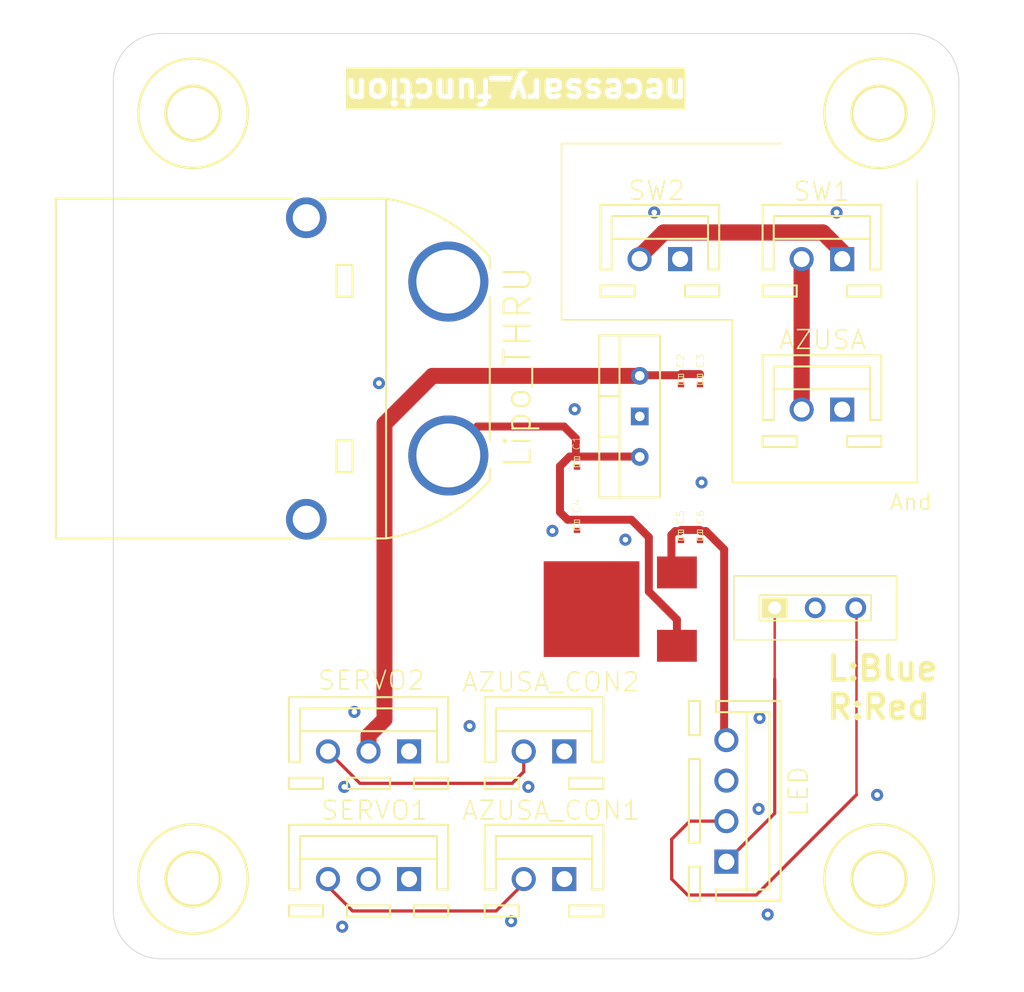
<source format=kicad_pcb>
(kicad_pcb (version 20221018) (generator pcbnew)
  (layers (0 "F.Cu" signal) (31 "B.Cu" signal) (34 "B.Paste" user) (35 "F.Paste" user) (36 "B.SilkS" user "B.Silkscreen") (37 "F.SilkS" user "F.Silkscreen") (38 "B.Mask" user) (39 "F.Mask" user) (44 "Edge.Cuts" user))
  (net 0 "")
  (net 1 "+12V")
  (net 2 "GND")
  (net 3 "VCC")
  (net 4 "EM")
  (net 5 "PVCC")
  (net 6 "+6V")
  (net 7 "RED")
  (net 8 "BLUE")
  (net 9 "PWM2_SERVO")
  (net 10 "PWM1_SERVO")
  (net 11 "N$1")
  (net 12 "N$3")
  (net 13 "N$4")
  (net 14 "N$5")
  (net 15 "N$6")
  (net 16 "N$7")
  (net 17 "N$8")
  (net 18 "N$9")
  (net 19 "N$10")
  (net 20 "N$11")
  (net 21 "N$12")
  (net 22 "N$13")
  (net 23 "N$14")
  (net 24 "N$15")
  (net 25 "N$16")
  (net 26 "N$17")
  (net 27 "N$18")
  (footprint "Mix necessary function:ＮＪＭ７８０６ＦＡ-6V" (layer "F.Cu") (at 155.0011 100.0036 90)
    (fp_text reference "U$1" hide)
    (fp_text value "ＮＪＭ７８０６ＦＡ-6V" hide)
    (fp_line (start -5.08 -2.54) (end -1.27 -2.54) (stroke (width 0.127)) (layer "F.SilkS"))
    (fp_line (start -5.08 -1.27) (end -5.08 -2.54) (stroke (width 0.127)) (layer "F.SilkS"))
    (fp_line (start -5.08 -1.27) (end -5.08 1.27) (stroke (width 0.127)) (layer "F.SilkS"))
    (fp_line (start -5.08 1.27) (end 5.08 1.27) (stroke (width 0.127)) (layer "F.SilkS"))
    (fp_line (start -1.27 -2.54) (end -1.27 -1.27) (stroke (width 0.127)) (layer "F.SilkS"))
    (fp_line (start -1.27 -1.27) (end -5.08 -1.27) (stroke (width 0.127)) (layer "F.SilkS"))
    (fp_line (start 1.27 -2.54) (end -1.27 -2.54) (stroke (width 0.127)) (layer "F.SilkS"))
    (fp_line (start 1.27 -2.54) (end 5.08 -2.54) (stroke (width 0.127)) (layer "F.SilkS"))
    (fp_line (start 1.27 -1.27) (end -1.27 -1.27) (stroke (width 0.127)) (layer "F.SilkS"))
    (fp_line (start 1.27 -1.27) (end 1.27 -2.54) (stroke (width 0.127)) (layer "F.SilkS"))
    (fp_line (start 5.08 -2.54) (end 5.08 -1.27) (stroke (width 0.127)) (layer "F.SilkS"))
    (fp_line (start 5.08 -1.27) (end 1.27 -1.27) (stroke (width 0.127)) (layer "F.SilkS"))
    (fp_line (start 5.08 1.27) (end 5.08 -1.27) (stroke (width 0.127)) (layer "F.SilkS"))
    (pad "GND" thru_hole rect (at 0 0 90) (size 1.108 1.108) (drill 0.6) (layers "*.Cu" "*.Mask") (net 2 "GND"))
    (pad "INPUT" thru_hole circle (at -2.54 0 90) (size 1.108 1.108) (drill 0.6) (layers "*.Cu" "*.Mask") (net 5 "PVCC"))
    (pad "OUTPUT" thru_hole circle (at 2.54 0 90) (size 1.108 1.108) (drill 0.6) (layers "*.Cu" "*.Mask") (net 6 "+6V"))
  )
  (footprint "Mix necessary function:3,2" (layer "F.Cu") (at 127.0011 129.0036)
    (fp_text reference "H3" hide)
    (fp_text value "MOUNT-HOLE3.2" hide)
    (fp_circle (center 0 0) (end 1.7 0) (stroke (width 0.2032)) (fill none) (layer "F.SilkS"))
    (fp_circle (center 0 0) (end 3.429 0) (stroke (width 0.1524)) (fill none) (layer "F.SilkS"))
    (pad "" np_thru_hole circle (at 0 0) (size 3.2 3.2) (drill 3.2) (layers "*.Cu" "*.Mask"))
  )
  (footprint "Mix necessary function:B4B-XH" (layer "F.Cu") (at 160.4311 124.1036 -90)
    (fp_text reference "LED" (at -2.2536 -4.5189 90) (layer "F.SilkS") (effects (font (size 1.176528 1.176528) (thickness 0.093472)) (justify right)))
    (fp_text value "")
    (fp_line (start -6.26 -3.4) (end 6.26 -3.4) (stroke (width 0.127)) (layer "F.SilkS"))
    (fp_line (start -6.26 0.65) (end -6.26 -3.4) (stroke (width 0.127)) (layer "F.SilkS"))
    (fp_line (start -6.26 0.65) (end -5.56 0.65) (stroke (width 0.127)) (layer "F.SilkS"))
    (fp_line (start -6.26 2.35) (end -6.26 1.65) (stroke (width 0.127)) (layer "F.SilkS"))
    (fp_line (start -5.56 -2.7) (end 5.56 -2.7) (stroke (width 0.127)) (layer "F.SilkS"))
    (fp_line (start -5.56 -1.27) (end -5.56 -2.7) (stroke (width 0.127)) (layer "F.SilkS"))
    (fp_line (start -5.56 -1.27) (end 5.56 -1.27) (stroke (width 0.127)) (layer "F.SilkS"))
    (fp_line (start -5.56 0.65) (end -5.56 -1.27) (stroke (width 0.127)) (layer "F.SilkS"))
    (fp_line (start -4.12 1.65) (end -6.26 1.65) (stroke (width 0.127)) (layer "F.SilkS"))
    (fp_line (start -4.12 1.65) (end -4.12 2.35) (stroke (width 0.127)) (layer "F.SilkS"))
    (fp_line (start -4.12 2.35) (end -6.26 2.35) (stroke (width 0.127)) (layer "F.SilkS"))
    (fp_line (start -2.62 1.65) (end -2.62 2.35) (stroke (width 0.127)) (layer "F.SilkS"))
    (fp_line (start 2.62 1.65) (end -2.62 1.65) (stroke (width 0.127)) (layer "F.SilkS"))
    (fp_line (start 2.62 1.65) (end 2.62 2.35) (stroke (width 0.127)) (layer "F.SilkS"))
    (fp_line (start 2.62 2.35) (end -2.62 2.35) (stroke (width 0.127)) (layer "F.SilkS"))
    (fp_line (start 4.12 1.65) (end 4.12 2.35) (stroke (width 0.127)) (layer "F.SilkS"))
    (fp_line (start 4.12 1.65) (end 6.26 1.65) (stroke (width 0.127)) (layer "F.SilkS"))
    (fp_line (start 4.12 2.35) (end 6.26 2.35) (stroke (width 0.127)) (layer "F.SilkS"))
    (fp_line (start 5.56 -2.7) (end 5.56 -1.27) (stroke (width 0.127)) (layer "F.SilkS"))
    (fp_line (start 5.56 -1.27) (end 5.56 0.65) (stroke (width 0.127)) (layer "F.SilkS"))
    (fp_line (start 5.56 0.65) (end 6.26 0.65) (stroke (width 0.127)) (layer "F.SilkS"))
    (fp_line (start 6.26 -3.4) (end 6.26 0.65) (stroke (width 0.127)) (layer "F.SilkS"))
    (fp_line (start 6.26 2.35) (end 6.26 1.65) (stroke (width 0.127)) (layer "F.SilkS"))
    (pad "1" thru_hole rect (at 3.81 0 270) (size 1.508 1.508) (drill 1) (layers "*.Cu" "*.Mask") (net 8 "BLUE"))
    (pad "2" thru_hole circle (at 1.27 0 270) (size 1.508 1.508) (drill 1) (layers "*.Cu" "*.Mask") (net 7 "RED"))
    (pad "3" thru_hole circle (at -1.27 0 270) (size 1.508 1.508) (drill 1) (layers "*.Cu" "*.Mask"))
    (pad "4" thru_hole circle (at -3.81 0 270) (size 1.508 1.508) (drill 1) (layers "*.Cu" "*.Mask") (net 1 "+12V"))
  )
  (footprint "Mix necessary function:3,2" (layer "F.Cu") (at 127.0011 81.0036)
    (fp_text reference "H1" hide)
    (fp_text value "MOUNT-HOLE3.2" hide)
    (fp_circle (center 0 0) (end 1.7 0) (stroke (width 0.2032)) (fill none) (layer "F.SilkS"))
    (fp_circle (center 0 0) (end 3.429 0) (stroke (width 0.1524)) (fill none) (layer "F.SilkS"))
    (pad "" np_thru_hole circle (at 0 0) (size 3.2 3.2) (drill 3.2) (layers "*.Cu" "*.Mask"))
  )
  (footprint "Mix necessary function:NJM7800SDL1-12V" (layer "F.Cu") (at 154.9811 112.0846 90)
    (fp_text reference "U$17" hide)
    (fp_text value "NJM7800SDL1-12V" hide)
    (pad "GND" smd rect (at 0 -3 90) (size 6 6) (layers "F.Cu" "F.Paste" "F.Mask") (net 2 "GND"))
    (pad "VIN" smd rect (at -2.3 2.35 90) (size 2 2.5) (layers "F.Cu" "F.Paste" "F.Mask") (net 5 "PVCC"))
    (pad "VOUT" smd rect (at 2.3 2.35 90) (size 2 2.5) (layers "F.Cu" "F.Paste" "F.Mask") (net 1 "+12V"))
  )
  (footprint "Mix necessary function:B2B-XH" (layer "F.Cu") (at 156.2611 90.1436)
    (fp_text reference "SW2" (at -2.0611 -4.2936) (layer "F.SilkS") (effects (font (size 1.176528 1.176528) (thickness 0.093472)) (justify left)))
    (fp_text value "02-JST")
    (fp_line (start -3.72 -3.4) (end 3.72 -3.4) (stroke (width 0.127)) (layer "F.SilkS"))
    (fp_line (start -3.72 0.65) (end -3.72 -3.4) (stroke (width 0.127)) (layer "F.SilkS"))
    (fp_line (start -3.72 0.65) (end -3.02 0.65) (stroke (width 0.127)) (layer "F.SilkS"))
    (fp_line (start -3.72 2.35) (end -3.72 1.65) (stroke (width 0.127)) (layer "F.SilkS"))
    (fp_line (start -3.02 -2.7) (end 3.02 -2.7) (stroke (width 0.127)) (layer "F.SilkS"))
    (fp_line (start -3.02 -1.27) (end -3.02 -2.7) (stroke (width 0.127)) (layer "F.SilkS"))
    (fp_line (start -3.02 -1.27) (end 3.02 -1.27) (stroke (width 0.127)) (layer "F.SilkS"))
    (fp_line (start -3.02 0.65) (end -3.02 -1.27) (stroke (width 0.127)) (layer "F.SilkS"))
    (fp_line (start -1.58 1.65) (end -3.72 1.65) (stroke (width 0.127)) (layer "F.SilkS"))
    (fp_line (start -1.58 1.65) (end -1.58 2.35) (stroke (width 0.127)) (layer "F.SilkS"))
    (fp_line (start -1.58 2.35) (end -3.72 2.35) (stroke (width 0.127)) (layer "F.SilkS"))
    (fp_line (start 1.58 1.65) (end 1.58 2.35) (stroke (width 0.127)) (layer "F.SilkS"))
    (fp_line (start 1.58 1.65) (end 3.72 1.65) (stroke (width 0.127)) (layer "F.SilkS"))
    (fp_line (start 1.58 2.35) (end 3.72 2.35) (stroke (width 0.127)) (layer "F.SilkS"))
    (fp_line (start 3.02 -2.7) (end 3.02 -1.27) (stroke (width 0.127)) (layer "F.SilkS"))
    (fp_line (start 3.02 -1.27) (end 3.02 0.65) (stroke (width 0.127)) (layer "F.SilkS"))
    (fp_line (start 3.02 0.65) (end 3.72 0.65) (stroke (width 0.127)) (layer "F.SilkS"))
    (fp_line (start 3.72 -3.4) (end 3.72 0.65) (stroke (width 0.127)) (layer "F.SilkS"))
    (fp_line (start 3.72 2.35) (end 3.72 1.65) (stroke (width 0.127)) (layer "F.SilkS"))
    (pad "1" thru_hole rect (at 1.27 0) (size 1.508 1.508) (drill 1) (layers "*.Cu" "*.Mask") (net 2 "GND"))
    (pad "2" thru_hole circle (at -1.27 0) (size 1.508 1.508) (drill 1) (layers "*.Cu" "*.Mask") (net 4 "EM"))
  )
  (footprint "Mix necessary function:3,2" (layer "F.Cu") (at 170.0011 129.0036)
    (fp_text reference "H4" hide)
    (fp_text value "MOUNT-HOLE3.2" hide)
    (fp_circle (center 0 0) (end 1.7 0) (stroke (width 0.2032)) (fill none) (layer "F.SilkS"))
    (fp_circle (center 0 0) (end 3.429 0) (stroke (width 0.1524)) (fill none) (layer "F.SilkS"))
    (pad "" np_thru_hole circle (at 0 0) (size 3.2 3.2) (drill 3.2) (layers "*.Cu" "*.Mask"))
  )
  (footprint "Mix necessary function:GRM0335C1E240GA01D" (layer "F.Cu") (at 157.5881 107.4456 -90)
    (fp_text reference "C5" (at -1.5956 0.0381 90) (layer "F.SilkS") (effects (font (size 0.4632 0.4632) (thickness 0.0368)) (justify right)))
    (fp_text value "0.1μF")
    (fp_line (start -0.315 -0.165) (end -0.315 0.165) (stroke (width 0.05)) (layer "F.SilkS"))
    (fp_line (start -0.315 0.165) (end -0.165 0.165) (stroke (width 0.05)) (layer "F.SilkS"))
    (fp_line (start -0.165 -0.165) (end -0.315 -0.165) (stroke (width 0.05)) (layer "F.SilkS"))
    (fp_line (start -0.165 -0.165) (end -0.165 0.165) (stroke (width 0.05)) (layer "F.SilkS"))
    (fp_line (start -0.165 0.165) (end 0.165 0.165) (stroke (width 0.05)) (layer "F.SilkS"))
    (fp_line (start 0.165 -0.165) (end -0.165 -0.165) (stroke (width 0.05)) (layer "F.SilkS"))
    (fp_line (start 0.165 0.165) (end 0.165 -0.165) (stroke (width 0.05)) (layer "F.SilkS"))
    (fp_line (start 0.165 0.165) (end 0.315 0.165) (stroke (width 0.05)) (layer "F.SilkS"))
    (fp_line (start 0.315 -0.165) (end 0.165 -0.165) (stroke (width 0.05)) (layer "F.SilkS"))
    (fp_line (start 0.315 0.165) (end 0.315 -0.165) (stroke (width 0.05)) (layer "F.SilkS"))
    (pad "1" smd rect (at -0.325 0 270) (size 0.35 0.4) (layers "F.Cu" "F.Paste" "F.Mask") (net 1 "+12V"))
    (pad "2" smd rect (at 0.325 0 270) (size 0.35 0.4) (layers "F.Cu" "F.Paste" "F.Mask") (net 2 "GND"))
  )
  (footprint "Mix necessary function:XT90PW-M" (layer "F.Cu") (at 143.0011 97.0036 90)
    (fp_text reference "Lipo_THRU" (at -6.3464 4.3489 90) (layer "F.SilkS") (effects (font (size 1.647139 1.647139) (thickness 0.130861)) (justify left)))
    (fp_text value "XT90PW-M")
    (fp_line (start -10.65 -24.6) (end -10.65 -9.75) (stroke (width 0.127)) (layer "F.SilkS"))
    (fp_line (start -10.65 -24.6) (end 10.65 -24.6) (stroke (width 0.127)) (layer "F.SilkS"))
    (fp_line (start -10.65 -8) (end -10.65 -3.9) (stroke (width 0.127)) (layer "F.SilkS"))
    (fp_line (start -10.65 -3.9) (end 10.65 -3.9) (stroke (width 0.127)) (layer "F.SilkS"))
    (fp_line (start -7 2.6) (end -6.25 2.6) (stroke (width 0.127)) (layer "F.SilkS"))
    (fp_line (start -6.5 -7) (end -4.5 -7) (stroke (width 0.127)) (layer "F.SilkS"))
    (fp_line (start -6.5 -6) (end -6.5 -7) (stroke (width 0.127)) (layer "F.SilkS"))
    (fp_line (start -4.5 -7) (end -4.5 -6) (stroke (width 0.127)) (layer "F.SilkS"))
    (fp_line (start -4.5 -6) (end -6.5 -6) (stroke (width 0.127)) (layer "F.SilkS"))
    (fp_line (start -4.5 2.6) (end 4.5 2.6) (stroke (width 0.127)) (layer "F.SilkS"))
    (fp_line (start 4.5 -7) (end 6.5 -7) (stroke (width 0.127)) (layer "F.SilkS"))
    (fp_line (start 4.5 -6) (end 4.5 -7) (stroke (width 0.127)) (layer "F.SilkS"))
    (fp_line (start 6.25 2.6) (end 7 2.6) (stroke (width 0.127)) (layer "F.SilkS"))
    (fp_line (start 6.5 -7) (end 6.5 -6) (stroke (width 0.127)) (layer "F.SilkS"))
    (fp_line (start 6.5 -6) (end 4.5 -6) (stroke (width 0.127)) (layer "F.SilkS"))
    (fp_line (start 10.65 -24.6) (end 10.65 -9.75) (stroke (width 0.127)) (layer "F.SilkS"))
    (fp_line (start 10.65 -8) (end 10.65 -3.9) (stroke (width 0.127)) (layer "F.SilkS"))
    (fp_arc (start -7 2.6) (mid -9.398063 -0.328203) (end -10.65 -3.9) (stroke (width 0.127)) (layer "F.SilkS"))
    (fp_arc (start 10.65 -3.9) (mid 9.398063 -0.328203) (end 7 2.6) (stroke (width 0.127)) (layer "F.SilkS"))
    (pad "+" thru_hole circle (at -5.45 0 90) (size 5.016 5.016) (drill 4) (layers "*.Cu" "*.Mask") (net 5 "PVCC"))
    (pad "-" thru_hole circle (at 5.45 0 90) (size 5.016 5.016) (drill 4) (layers "*.Cu" "*.Mask") (net 2 "GND"))
    (pad "P$3" thru_hole circle (at -9.45 -8.9 90) (size 2.55 2.55) (drill 1.7) (layers "*.Cu" "*.Mask"))
    (pad "P$4" thru_hole circle (at 9.45 -8.9 90) (size 2.55 2.55) (drill 1.7) (layers "*.Cu" "*.Mask"))
  )
  (footprint "Mix necessary function:GRM0335C1E240GA01D" (layer "F.Cu") (at 151.0691 106.8076 -90)
    (fp_text reference "C4" (at -1.6576 0.0191 90) (layer "F.SilkS") (effects (font (size 0.4632 0.4632) (thickness 0.0368)) (justify right)))
    (fp_text value "0.33μF")
    (fp_line (start -0.315 -0.165) (end -0.315 0.165) (stroke (width 0.05)) (layer "F.SilkS"))
    (fp_line (start -0.315 0.165) (end -0.165 0.165) (stroke (width 0.05)) (layer "F.SilkS"))
    (fp_line (start -0.165 -0.165) (end -0.315 -0.165) (stroke (width 0.05)) (layer "F.SilkS"))
    (fp_line (start -0.165 -0.165) (end -0.165 0.165) (stroke (width 0.05)) (layer "F.SilkS"))
    (fp_line (start -0.165 0.165) (end 0.165 0.165) (stroke (width 0.05)) (layer "F.SilkS"))
    (fp_line (start 0.165 -0.165) (end -0.165 -0.165) (stroke (width 0.05)) (layer "F.SilkS"))
    (fp_line (start 0.165 0.165) (end 0.165 -0.165) (stroke (width 0.05)) (layer "F.SilkS"))
    (fp_line (start 0.165 0.165) (end 0.315 0.165) (stroke (width 0.05)) (layer "F.SilkS"))
    (fp_line (start 0.315 -0.165) (end 0.165 -0.165) (stroke (width 0.05)) (layer "F.SilkS"))
    (fp_line (start 0.315 0.165) (end 0.315 -0.165) (stroke (width 0.05)) (layer "F.SilkS"))
    (pad "1" smd rect (at -0.325 0 270) (size 0.35 0.4) (layers "F.Cu" "F.Paste" "F.Mask") (net 5 "PVCC"))
    (pad "2" smd rect (at 0.325 0 270) (size 0.35 0.4) (layers "F.Cu" "F.Paste" "F.Mask") (net 2 "GND"))
  )
  (footprint "Mix necessary function:GRM0335C1E240GA01D" (layer "F.Cu") (at 158.7791 107.4456 -90)
    (fp_text reference "C6" (at -1.5956 -0.0209 90) (layer "F.SilkS") (effects (font (size 0.4632 0.4632) (thickness 0.0368)) (justify right)))
    (fp_text value "0.1μF")
    (fp_line (start -0.315 -0.165) (end -0.315 0.165) (stroke (width 0.05)) (layer "F.SilkS"))
    (fp_line (start -0.315 0.165) (end -0.165 0.165) (stroke (width 0.05)) (layer "F.SilkS"))
    (fp_line (start -0.165 -0.165) (end -0.315 -0.165) (stroke (width 0.05)) (layer "F.SilkS"))
    (fp_line (start -0.165 -0.165) (end -0.165 0.165) (stroke (width 0.05)) (layer "F.SilkS"))
    (fp_line (start -0.165 0.165) (end 0.165 0.165) (stroke (width 0.05)) (layer "F.SilkS"))
    (fp_line (start 0.165 -0.165) (end -0.165 -0.165) (stroke (width 0.05)) (layer "F.SilkS"))
    (fp_line (start 0.165 0.165) (end 0.165 -0.165) (stroke (width 0.05)) (layer "F.SilkS"))
    (fp_line (start 0.165 0.165) (end 0.315 0.165) (stroke (width 0.05)) (layer "F.SilkS"))
    (fp_line (start 0.315 -0.165) (end 0.165 -0.165) (stroke (width 0.05)) (layer "F.SilkS"))
    (fp_line (start 0.315 0.165) (end 0.315 -0.165) (stroke (width 0.05)) (layer "F.SilkS"))
    (pad "1" smd rect (at -0.325 0 270) (size 0.35 0.4) (layers "F.Cu" "F.Paste" "F.Mask") (net 1 "+12V"))
    (pad "2" smd rect (at 0.325 0 270) (size 0.35 0.4) (layers "F.Cu" "F.Paste" "F.Mask") (net 2 "GND"))
  )
  (footprint "Mix necessary function:B3B-XH" (layer "F.Cu") (at 138.0011 121.0036)
    (fp_text reference "SERVO2" (at -3.2511 -4.4536) (layer "F.SilkS") (effects (font (size 1.176528 1.176528) (thickness 0.093472)) (justify left)))
    (fp_text value "")
    (fp_line (start -4.99 -3.4) (end 4.99 -3.4) (stroke (width 0.127)) (layer "F.SilkS"))
    (fp_line (start -4.99 0.65) (end -4.99 -3.4) (stroke (width 0.127)) (layer "F.SilkS"))
    (fp_line (start -4.99 0.65) (end -4.29 0.65) (stroke (width 0.127)) (layer "F.SilkS"))
    (fp_line (start -4.99 2.35) (end -4.99 1.65) (stroke (width 0.127)) (layer "F.SilkS"))
    (fp_line (start -4.29 -2.7) (end 4.29 -2.7) (stroke (width 0.127)) (layer "F.SilkS"))
    (fp_line (start -4.29 -1.27) (end -4.29 -2.7) (stroke (width 0.127)) (layer "F.SilkS"))
    (fp_line (start -4.29 -1.27) (end 4.29 -1.27) (stroke (width 0.127)) (layer "F.SilkS"))
    (fp_line (start -4.29 0.65) (end -4.29 -1.27) (stroke (width 0.127)) (layer "F.SilkS"))
    (fp_line (start -2.85 1.65) (end -4.99 1.65) (stroke (width 0.127)) (layer "F.SilkS"))
    (fp_line (start -2.85 1.65) (end -2.85 2.35) (stroke (width 0.127)) (layer "F.SilkS"))
    (fp_line (start -2.85 2.35) (end -4.99 2.35) (stroke (width 0.127)) (layer "F.SilkS"))
    (fp_line (start -1.35 1.65) (end -1.35 2.35) (stroke (width 0.127)) (layer "F.SilkS"))
    (fp_line (start 1.35 1.65) (end -1.35 1.65) (stroke (width 0.127)) (layer "F.SilkS"))
    (fp_line (start 1.35 1.65) (end 1.35 2.35) (stroke (width 0.127)) (layer "F.SilkS"))
    (fp_line (start 1.35 2.35) (end -1.35 2.35) (stroke (width 0.127)) (layer "F.SilkS"))
    (fp_line (start 2.85 1.65) (end 2.85 2.35) (stroke (width 0.127)) (layer "F.SilkS"))
    (fp_line (start 2.85 1.65) (end 4.99 1.65) (stroke (width 0.127)) (layer "F.SilkS"))
    (fp_line (start 2.85 2.35) (end 4.99 2.35) (stroke (width 0.127)) (layer "F.SilkS"))
    (fp_line (start 4.29 -2.7) (end 4.29 -1.27) (stroke (width 0.127)) (layer "F.SilkS"))
    (fp_line (start 4.29 -1.27) (end 4.29 0.65) (stroke (width 0.127)) (layer "F.SilkS"))
    (fp_line (start 4.29 0.65) (end 4.99 0.65) (stroke (width 0.127)) (layer "F.SilkS"))
    (fp_line (start 4.99 -3.4) (end 4.99 0.65) (stroke (width 0.127)) (layer "F.SilkS"))
    (fp_line (start 4.99 2.35) (end 4.99 1.65) (stroke (width 0.127)) (layer "F.SilkS"))
    (pad "1" thru_hole rect (at 2.54 0) (size 1.508 1.508) (drill 1) (layers "*.Cu" "*.Mask") (net 2 "GND"))
    (pad "2" thru_hole circle (at 0 0) (size 1.508 1.508) (drill 1) (layers "*.Cu" "*.Mask") (net 6 "+6V"))
    (pad "3" thru_hole circle (at -2.54 0) (size 1.508 1.508) (drill 1) (layers "*.Cu" "*.Mask") (net 9 "PWM2_SERVO"))
  )
  (footprint "Mix necessary function:B2B-XH" (layer "F.Cu") (at 149.0011 121.0036)
    (fp_text reference "AZUSA_CON2" (at -5.2011 -4.3536) (layer "F.SilkS") (effects (font (size 1.176528 1.176528) (thickness 0.093472)) (justify left)))
    (fp_text value "02-JST")
    (fp_line (start -3.72 -3.4) (end 3.72 -3.4) (stroke (width 0.127)) (layer "F.SilkS"))
    (fp_line (start -3.72 0.65) (end -3.72 -3.4) (stroke (width 0.127)) (layer "F.SilkS"))
    (fp_line (start -3.72 0.65) (end -3.02 0.65) (stroke (width 0.127)) (layer "F.SilkS"))
    (fp_line (start -3.72 2.35) (end -3.72 1.65) (stroke (width 0.127)) (layer "F.SilkS"))
    (fp_line (start -3.02 -2.7) (end 3.02 -2.7) (stroke (width 0.127)) (layer "F.SilkS"))
    (fp_line (start -3.02 -1.27) (end -3.02 -2.7) (stroke (width 0.127)) (layer "F.SilkS"))
    (fp_line (start -3.02 -1.27) (end 3.02 -1.27) (stroke (width 0.127)) (layer "F.SilkS"))
    (fp_line (start -3.02 0.65) (end -3.02 -1.27) (stroke (width 0.127)) (layer "F.SilkS"))
    (fp_line (start -1.58 1.65) (end -3.72 1.65) (stroke (width 0.127)) (layer "F.SilkS"))
    (fp_line (start -1.58 1.65) (end -1.58 2.35) (stroke (width 0.127)) (layer "F.SilkS"))
    (fp_line (start -1.58 2.35) (end -3.72 2.35) (stroke (width 0.127)) (layer "F.SilkS"))
    (fp_line (start 1.58 1.65) (end 1.58 2.35) (stroke (width 0.127)) (layer "F.SilkS"))
    (fp_line (start 1.58 1.65) (end 3.72 1.65) (stroke (width 0.127)) (layer "F.SilkS"))
    (fp_line (start 1.58 2.35) (end 3.72 2.35) (stroke (width 0.127)) (layer "F.SilkS"))
    (fp_line (start 3.02 -2.7) (end 3.02 -1.27) (stroke (width 0.127)) (layer "F.SilkS"))
    (fp_line (start 3.02 -1.27) (end 3.02 0.65) (stroke (width 0.127)) (layer "F.SilkS"))
    (fp_line (start 3.02 0.65) (end 3.72 0.65) (stroke (width 0.127)) (layer "F.SilkS"))
    (fp_line (start 3.72 -3.4) (end 3.72 0.65) (stroke (width 0.127)) (layer "F.SilkS"))
    (fp_line (start 3.72 2.35) (end 3.72 1.65) (stroke (width 0.127)) (layer "F.SilkS"))
    (pad "1" thru_hole rect (at 1.27 0) (size 1.508 1.508) (drill 1) (layers "*.Cu" "*.Mask") (net 2 "GND"))
    (pad "2" thru_hole circle (at -1.27 0) (size 1.508 1.508) (drill 1) (layers "*.Cu" "*.Mask") (net 9 "PWM2_SERVO"))
  )
  (footprint "Mix necessary function:B2B-XH" (layer "F.Cu") (at 166.4211 99.5736)
    (fp_text reference "AZUSA" (at -2.7711 -4.3736) (layer "F.SilkS") (effects (font (size 1.176528 1.176528) (thickness 0.093472)) (justify left)))
    (fp_text value "02-JST")
    (fp_line (start -3.72 -3.4) (end 3.72 -3.4) (stroke (width 0.127)) (layer "F.SilkS"))
    (fp_line (start -3.72 0.65) (end -3.72 -3.4) (stroke (width 0.127)) (layer "F.SilkS"))
    (fp_line (start -3.72 0.65) (end -3.02 0.65) (stroke (width 0.127)) (layer "F.SilkS"))
    (fp_line (start -3.72 2.35) (end -3.72 1.65) (stroke (width 0.127)) (layer "F.SilkS"))
    (fp_line (start -3.02 -2.7) (end 3.02 -2.7) (stroke (width 0.127)) (layer "F.SilkS"))
    (fp_line (start -3.02 -1.27) (end -3.02 -2.7) (stroke (width 0.127)) (layer "F.SilkS"))
    (fp_line (start -3.02 -1.27) (end 3.02 -1.27) (stroke (width 0.127)) (layer "F.SilkS"))
    (fp_line (start -3.02 0.65) (end -3.02 -1.27) (stroke (width 0.127)) (layer "F.SilkS"))
    (fp_line (start -1.58 1.65) (end -3.72 1.65) (stroke (width 0.127)) (layer "F.SilkS"))
    (fp_line (start -1.58 1.65) (end -1.58 2.35) (stroke (width 0.127)) (layer "F.SilkS"))
    (fp_line (start -1.58 2.35) (end -3.72 2.35) (stroke (width 0.127)) (layer "F.SilkS"))
    (fp_line (start 1.58 1.65) (end 1.58 2.35) (stroke (width 0.127)) (layer "F.SilkS"))
    (fp_line (start 1.58 1.65) (end 3.72 1.65) (stroke (width 0.127)) (layer "F.SilkS"))
    (fp_line (start 1.58 2.35) (end 3.72 2.35) (stroke (width 0.127)) (layer "F.SilkS"))
    (fp_line (start 3.02 -2.7) (end 3.02 -1.27) (stroke (width 0.127)) (layer "F.SilkS"))
    (fp_line (start 3.02 -1.27) (end 3.02 0.65) (stroke (width 0.127)) (layer "F.SilkS"))
    (fp_line (start 3.02 0.65) (end 3.72 0.65) (stroke (width 0.127)) (layer "F.SilkS"))
    (fp_line (start 3.72 -3.4) (end 3.72 0.65) (stroke (width 0.127)) (layer "F.SilkS"))
    (fp_line (start 3.72 2.35) (end 3.72 1.65) (stroke (width 0.127)) (layer "F.SilkS"))
    (pad "1" thru_hole rect (at 1.27 0) (size 1.508 1.508) (drill 1) (layers "*.Cu" "*.Mask") (net 2 "GND"))
    (pad "2" thru_hole circle (at -1.27 0) (size 1.508 1.508) (drill 1) (layers "*.Cu" "*.Mask") (net 3 "VCC"))
  )
  (footprint "Mix necessary function:SS-12SDP2" (layer "F.Cu") (at 166.0011 112.0036)
    (fp_text reference "LED_SW0" hide)
    (fp_text value "SS-12SDP2")
    (fp_line (start -5.1 -2) (end -5.1 2) (stroke (width 0.1)) (layer "F.SilkS"))
    (fp_line (start -5.1 2) (end 5.1 2) (stroke (width 0.1)) (layer "F.SilkS"))
    (fp_line (start -3.5 -0.8) (end -3.5 0.8) (stroke (width 0.1)) (layer "F.SilkS"))
    (fp_line (start -3.5 0.8) (end -1.5 0.8) (stroke (width 0.1)) (layer "F.SilkS"))
    (fp_line (start -1.5 -0.8) (end -3.5 -0.8) (stroke (width 0.1)) (layer "F.SilkS"))
    (fp_line (start -1.5 0.8) (end 3.5 0.8) (stroke (width 0.1)) (layer "F.SilkS"))
    (fp_line (start 3.5 -0.8) (end -1.5 -0.8) (stroke (width 0.1)) (layer "F.SilkS"))
    (fp_line (start 3.5 0.8) (end 3.5 -0.8) (stroke (width 0.1)) (layer "F.SilkS"))
    (fp_line (start 5.1 -2) (end -5.1 -2) (stroke (width 0.1)) (layer "F.SilkS"))
    (fp_line (start 5.1 2) (end 5.1 -2) (stroke (width 0.1)) (layer "F.SilkS"))
    (fp_poly (pts (xy -1.73 0.65) (xy -3.35 0.65) (xy -3.35 -0.65) (xy -1.73 -0.65)) (fill solid) (layer "F.SilkS"))
    (pad "C" thru_hole circle (at 0 0) (size 1.3 1.3) (drill 0.8) (layers "*.Cu" "*.Mask") (net 2 "GND"))
    (pad "L" thru_hole circle (at -2.54 0) (size 1.3 1.3) (drill 0.8) (layers "*.Cu" "*.Mask") (net 8 "BLUE"))
    (pad "R" thru_hole circle (at 2.54 0) (size 1.3 1.3) (drill 0.8) (layers "*.Cu" "*.Mask") (net 7 "RED"))
  )
  (footprint "Mix necessary function:B2B-XH" (layer "F.Cu") (at 149.0011 129.0036)
    (fp_text reference "AZUSA_CON1" (at -5.2011 -4.3036) (layer "F.SilkS") (effects (font (size 1.176528 1.176528) (thickness 0.093472)) (justify left)))
    (fp_text value "02-JST")
    (fp_line (start -3.72 -3.4) (end 3.72 -3.4) (stroke (width 0.127)) (layer "F.SilkS"))
    (fp_line (start -3.72 0.65) (end -3.72 -3.4) (stroke (width 0.127)) (layer "F.SilkS"))
    (fp_line (start -3.72 0.65) (end -3.02 0.65) (stroke (width 0.127)) (layer "F.SilkS"))
    (fp_line (start -3.72 2.35) (end -3.72 1.65) (stroke (width 0.127)) (layer "F.SilkS"))
    (fp_line (start -3.02 -2.7) (end 3.02 -2.7) (stroke (width 0.127)) (layer "F.SilkS"))
    (fp_line (start -3.02 -1.27) (end -3.02 -2.7) (stroke (width 0.127)) (layer "F.SilkS"))
    (fp_line (start -3.02 -1.27) (end 3.02 -1.27) (stroke (width 0.127)) (layer "F.SilkS"))
    (fp_line (start -3.02 0.65) (end -3.02 -1.27) (stroke (width 0.127)) (layer "F.SilkS"))
    (fp_line (start -1.58 1.65) (end -3.72 1.65) (stroke (width 0.127)) (layer "F.SilkS"))
    (fp_line (start -1.58 1.65) (end -1.58 2.35) (stroke (width 0.127)) (layer "F.SilkS"))
    (fp_line (start -1.58 2.35) (end -3.72 2.35) (stroke (width 0.127)) (layer "F.SilkS"))
    (fp_line (start 1.58 1.65) (end 1.58 2.35) (stroke (width 0.127)) (layer "F.SilkS"))
    (fp_line (start 1.58 1.65) (end 3.72 1.65) (stroke (width 0.127)) (layer "F.SilkS"))
    (fp_line (start 1.58 2.35) (end 3.72 2.35) (stroke (width 0.127)) (layer "F.SilkS"))
    (fp_line (start 3.02 -2.7) (end 3.02 -1.27) (stroke (width 0.127)) (layer "F.SilkS"))
    (fp_line (start 3.02 -1.27) (end 3.02 0.65) (stroke (width 0.127)) (layer "F.SilkS"))
    (fp_line (start 3.02 0.65) (end 3.72 0.65) (stroke (width 0.127)) (layer "F.SilkS"))
    (fp_line (start 3.72 -3.4) (end 3.72 0.65) (stroke (width 0.127)) (layer "F.SilkS"))
    (fp_line (start 3.72 2.35) (end 3.72 1.65) (stroke (width 0.127)) (layer "F.SilkS"))
    (pad "1" thru_hole rect (at 1.27 0) (size 1.508 1.508) (drill 1) (layers "*.Cu" "*.Mask") (net 2 "GND"))
    (pad "2" thru_hole circle (at -1.27 0) (size 1.508 1.508) (drill 1) (layers "*.Cu" "*.Mask") (net 10 "PWM1_SERVO"))
  )
  (footprint "Mix necessary function:3,2" (layer "F.Cu") (at 170.0011 81.0036)
    (fp_text reference "H2" hide)
    (fp_text value "MOUNT-HOLE3.2" hide)
    (fp_circle (center 0 0) (end 1.7 0) (stroke (width 0.2032)) (fill none) (layer "F.SilkS"))
    (fp_circle (center 0 0) (end 3.429 0) (stroke (width 0.1524)) (fill none) (layer "F.SilkS"))
    (pad "" np_thru_hole circle (at 0 0) (size 3.2 3.2) (drill 3.2) (layers "*.Cu" "*.Mask"))
  )
  (footprint "Mix necessary function:B3B-XH" (layer "F.Cu") (at 138.0011 129.0036)
    (fp_text reference "SERVO1" (at -3.0511 -4.3036) (layer "F.SilkS") (effects (font (size 1.176528 1.176528) (thickness 0.093472)) (justify left)))
    (fp_text value "")
    (fp_line (start -4.99 -3.4) (end 4.99 -3.4) (stroke (width 0.127)) (layer "F.SilkS"))
    (fp_line (start -4.99 0.65) (end -4.99 -3.4) (stroke (width 0.127)) (layer "F.SilkS"))
    (fp_line (start -4.99 0.65) (end -4.29 0.65) (stroke (width 0.127)) (layer "F.SilkS"))
    (fp_line (start -4.99 2.35) (end -4.99 1.65) (stroke (width 0.127)) (layer "F.SilkS"))
    (fp_line (start -4.29 -2.7) (end 4.29 -2.7) (stroke (width 0.127)) (layer "F.SilkS"))
    (fp_line (start -4.29 -1.27) (end -4.29 -2.7) (stroke (width 0.127)) (layer "F.SilkS"))
    (fp_line (start -4.29 -1.27) (end 4.29 -1.27) (stroke (width 0.127)) (layer "F.SilkS"))
    (fp_line (start -4.29 0.65) (end -4.29 -1.27) (stroke (width 0.127)) (layer "F.SilkS"))
    (fp_line (start -2.85 1.65) (end -4.99 1.65) (stroke (width 0.127)) (layer "F.SilkS"))
    (fp_line (start -2.85 1.65) (end -2.85 2.35) (stroke (width 0.127)) (layer "F.SilkS"))
    (fp_line (start -2.85 2.35) (end -4.99 2.35) (stroke (width 0.127)) (layer "F.SilkS"))
    (fp_line (start -1.35 1.65) (end -1.35 2.35) (stroke (width 0.127)) (layer "F.SilkS"))
    (fp_line (start 1.35 1.65) (end -1.35 1.65) (stroke (width 0.127)) (layer "F.SilkS"))
    (fp_line (start 1.35 1.65) (end 1.35 2.35) (stroke (width 0.127)) (layer "F.SilkS"))
    (fp_line (start 1.35 2.35) (end -1.35 2.35) (stroke (width 0.127)) (layer "F.SilkS"))
    (fp_line (start 2.85 1.65) (end 2.85 2.35) (stroke (width 0.127)) (layer "F.SilkS"))
    (fp_line (start 2.85 1.65) (end 4.99 1.65) (stroke (width 0.127)) (layer "F.SilkS"))
    (fp_line (start 2.85 2.35) (end 4.99 2.35) (stroke (width 0.127)) (layer "F.SilkS"))
    (fp_line (start 4.29 -2.7) (end 4.29 -1.27) (stroke (width 0.127)) (layer "F.SilkS"))
    (fp_line (start 4.29 -1.27) (end 4.29 0.65) (stroke (width 0.127)) (layer "F.SilkS"))
    (fp_line (start 4.29 0.65) (end 4.99 0.65) (stroke (width 0.127)) (layer "F.SilkS"))
    (fp_line (start 4.99 -3.4) (end 4.99 0.65) (stroke (width 0.127)) (layer "F.SilkS"))
    (fp_line (start 4.99 2.35) (end 4.99 1.65) (stroke (width 0.127)) (layer "F.SilkS"))
    (pad "1" thru_hole rect (at 2.54 0) (size 1.508 1.508) (drill 1) (layers "*.Cu" "*.Mask") (net 2 "GND"))
    (pad "2" thru_hole circle (at 0 0) (size 1.508 1.508) (drill 1) (layers "*.Cu" "*.Mask") (net 6 "+6V"))
    (pad "3" thru_hole circle (at -2.54 0) (size 1.508 1.508) (drill 1) (layers "*.Cu" "*.Mask") (net 10 "PWM1_SERVO"))
  )
  (footprint "Mix necessary function:B2B-XH" (layer "F.Cu") (at 166.4211 90.1436)
    (fp_text reference "SW1" (at -1.8711 -4.2436) (layer "F.SilkS") (effects (font (size 1.176528 1.176528) (thickness 0.093472)) (justify left)))
    (fp_text value "02-JST")
    (fp_line (start -3.72 -3.4) (end 3.72 -3.4) (stroke (width 0.127)) (layer "F.SilkS"))
    (fp_line (start -3.72 0.65) (end -3.72 -3.4) (stroke (width 0.127)) (layer "F.SilkS"))
    (fp_line (start -3.72 0.65) (end -3.02 0.65) (stroke (width 0.127)) (layer "F.SilkS"))
    (fp_line (start -3.72 2.35) (end -3.72 1.65) (stroke (width 0.127)) (layer "F.SilkS"))
    (fp_line (start -3.02 -2.7) (end 3.02 -2.7) (stroke (width 0.127)) (layer "F.SilkS"))
    (fp_line (start -3.02 -1.27) (end -3.02 -2.7) (stroke (width 0.127)) (layer "F.SilkS"))
    (fp_line (start -3.02 -1.27) (end 3.02 -1.27) (stroke (width 0.127)) (layer "F.SilkS"))
    (fp_line (start -3.02 0.65) (end -3.02 -1.27) (stroke (width 0.127)) (layer "F.SilkS"))
    (fp_line (start -1.58 1.65) (end -3.72 1.65) (stroke (width 0.127)) (layer "F.SilkS"))
    (fp_line (start -1.58 1.65) (end -1.58 2.35) (stroke (width 0.127)) (layer "F.SilkS"))
    (fp_line (start -1.58 2.35) (end -3.72 2.35) (stroke (width 0.127)) (layer "F.SilkS"))
    (fp_line (start 1.58 1.65) (end 1.58 2.35) (stroke (width 0.127)) (layer "F.SilkS"))
    (fp_line (start 1.58 1.65) (end 3.72 1.65) (stroke (width 0.127)) (layer "F.SilkS"))
    (fp_line (start 1.58 2.35) (end 3.72 2.35) (stroke (width 0.127)) (layer "F.SilkS"))
    (fp_line (start 3.02 -2.7) (end 3.02 -1.27) (stroke (width 0.127)) (layer "F.SilkS"))
    (fp_line (start 3.02 -1.27) (end 3.02 0.65) (stroke (width 0.127)) (layer "F.SilkS"))
    (fp_line (start 3.02 0.65) (end 3.72 0.65) (stroke (width 0.127)) (layer "F.SilkS"))
    (fp_line (start 3.72 -3.4) (end 3.72 0.65) (stroke (width 0.127)) (layer "F.SilkS"))
    (fp_line (start 3.72 2.35) (end 3.72 1.65) (stroke (width 0.127)) (layer "F.SilkS"))
    (pad "1" thru_hole rect (at 1.27 0) (size 1.508 1.508) (drill 1) (layers "*.Cu" "*.Mask") (net 4 "EM"))
    (pad "2" thru_hole circle (at -1.27 0) (size 1.508 1.508) (drill 1) (layers "*.Cu" "*.Mask") (net 3 "VCC"))
  )
  (footprint "Mix necessary function:GRM0335C1E240GA01D" (layer "F.Cu") (at 158.7791 97.6776 -90)
    (fp_text reference "C3" (at -1.6276 -0.0209 90) (layer "F.SilkS") (effects (font (size 0.4632 0.4632) (thickness 0.0368)) (justify right)))
    (fp_text value "0.1μF")
    (fp_line (start -0.315 -0.165) (end -0.315 0.165) (stroke (width 0.05)) (layer "F.SilkS"))
    (fp_line (start -0.315 0.165) (end -0.165 0.165) (stroke (width 0.05)) (layer "F.SilkS"))
    (fp_line (start -0.165 -0.165) (end -0.315 -0.165) (stroke (width 0.05)) (layer "F.SilkS"))
    (fp_line (start -0.165 -0.165) (end -0.165 0.165) (stroke (width 0.05)) (layer "F.SilkS"))
    (fp_line (start -0.165 0.165) (end 0.165 0.165) (stroke (width 0.05)) (layer "F.SilkS"))
    (fp_line (start 0.165 -0.165) (end -0.165 -0.165) (stroke (width 0.05)) (layer "F.SilkS"))
    (fp_line (start 0.165 0.165) (end 0.165 -0.165) (stroke (width 0.05)) (layer "F.SilkS"))
    (fp_line (start 0.165 0.165) (end 0.315 0.165) (stroke (width 0.05)) (layer "F.SilkS"))
    (fp_line (start 0.315 -0.165) (end 0.165 -0.165) (stroke (width 0.05)) (layer "F.SilkS"))
    (fp_line (start 0.315 0.165) (end 0.315 -0.165) (stroke (width 0.05)) (layer "F.SilkS"))
    (pad "1" smd rect (at -0.325 0 270) (size 0.35 0.4) (layers "F.Cu" "F.Paste" "F.Mask") (net 6 "+6V"))
    (pad "2" smd rect (at 0.325 0 270) (size 0.35 0.4) (layers "F.Cu" "F.Paste" "F.Mask") (net 2 "GND"))
  )
  (footprint "Mix necessary function:GRM0335C1E240GA01D" (layer "F.Cu") (at 151.0691 102.8466 -90)
    (fp_text reference "C1" (at -1.6466 0.0191 90) (layer "F.SilkS") (effects (font (size 0.4632 0.4632) (thickness 0.0368)) (justify right)))
    (fp_text value "0.33μF")
    (fp_line (start -0.315 -0.165) (end -0.315 0.165) (stroke (width 0.05)) (layer "F.SilkS"))
    (fp_line (start -0.315 0.165) (end -0.165 0.165) (stroke (width 0.05)) (layer "F.SilkS"))
    (fp_line (start -0.165 -0.165) (end -0.315 -0.165) (stroke (width 0.05)) (layer "F.SilkS"))
    (fp_line (start -0.165 -0.165) (end -0.165 0.165) (stroke (width 0.05)) (layer "F.SilkS"))
    (fp_line (start -0.165 0.165) (end 0.165 0.165) (stroke (width 0.05)) (layer "F.SilkS"))
    (fp_line (start 0.165 -0.165) (end -0.165 -0.165) (stroke (width 0.05)) (layer "F.SilkS"))
    (fp_line (start 0.165 0.165) (end 0.165 -0.165) (stroke (width 0.05)) (layer "F.SilkS"))
    (fp_line (start 0.165 0.165) (end 0.315 0.165) (stroke (width 0.05)) (layer "F.SilkS"))
    (fp_line (start 0.315 -0.165) (end 0.165 -0.165) (stroke (width 0.05)) (layer "F.SilkS"))
    (fp_line (start 0.315 0.165) (end 0.315 -0.165) (stroke (width 0.05)) (layer "F.SilkS"))
    (pad "1" smd rect (at -0.325 0 270) (size 0.35 0.4) (layers "F.Cu" "F.Paste" "F.Mask") (net 5 "PVCC"))
    (pad "2" smd rect (at 0.325 0 270) (size 0.35 0.4) (layers "F.Cu" "F.Paste" "F.Mask") (net 2 "GND"))
  )
  (footprint "Mix necessary function:GRM0335C1E240GA01D" (layer "F.Cu") (at 157.5881 97.6776 -90)
    (fp_text reference "C2" (at -1.6276 0.0381 90) (layer "F.SilkS") (effects (font (size 0.4632 0.4632) (thickness 0.0368)) (justify right)))
    (fp_text value "0.1μF")
    (fp_line (start -0.315 -0.165) (end -0.315 0.165) (stroke (width 0.05)) (layer "F.SilkS"))
    (fp_line (start -0.315 0.165) (end -0.165 0.165) (stroke (width 0.05)) (layer "F.SilkS"))
    (fp_line (start -0.165 -0.165) (end -0.315 -0.165) (stroke (width 0.05)) (layer "F.SilkS"))
    (fp_line (start -0.165 -0.165) (end -0.165 0.165) (stroke (width 0.05)) (layer "F.SilkS"))
    (fp_line (start -0.165 0.165) (end 0.165 0.165) (stroke (width 0.05)) (layer "F.SilkS"))
    (fp_line (start 0.165 -0.165) (end -0.165 -0.165) (stroke (width 0.05)) (layer "F.SilkS"))
    (fp_line (start 0.165 0.165) (end 0.165 -0.165) (stroke (width 0.05)) (layer "F.SilkS"))
    (fp_line (start 0.165 0.165) (end 0.315 0.165) (stroke (width 0.05)) (layer "F.SilkS"))
    (fp_line (start 0.315 -0.165) (end 0.165 -0.165) (stroke (width 0.05)) (layer "F.SilkS"))
    (fp_line (start 0.315 0.165) (end 0.315 -0.165) (stroke (width 0.05)) (layer "F.SilkS"))
    (pad "1" smd rect (at -0.325 0 270) (size 0.35 0.4) (layers "F.Cu" "F.Paste" "F.Mask") (net 6 "+6V"))
    (pad "2" smd rect (at 0.325 0 270) (size 0.35 0.4) (layers "F.Cu" "F.Paste" "F.Mask") (net 2 "GND"))
  )
  (gr_line (start 160.8 104.15) (end 172.4 104.15) (stroke (width 0.1)) (layer "F.SilkS"))
  (gr_line (start 150.1 93.95) (end 160.8 93.95) (stroke (width 0.1)) (layer "F.SilkS"))
  (gr_line (start 150.1 82.9) (end 150.1 93.95) (stroke (width 0.1)) (layer "F.SilkS"))
  (gr_line (start 172.4 104.15) (end 172.4 85.2) (stroke (width 0.1)) (layer "F.SilkS"))
  (gr_line (start 160.8 93.95) (end 160.8 104.15) (stroke (width 0.1)) (layer "F.SilkS"))
  (gr_line (start 150.1 82.9) (end 163.9 82.9) (stroke (width 0.1)) (layer "F.SilkS"))
  (gr_line (start 172.0011 76.0036) (end 125.0011 76.0036) (stroke (width 0.05)) (layer "Edge.Cuts"))
  (gr_line (start 175.0011 131.0036) (end 175.0011 79.0036) (stroke (width 0.05)) (layer "Edge.Cuts"))
  (gr_arc (start 172.0011 76.0036) (mid 174.12242 76.88228) (end 175.0011 79.0036) (stroke (width 0.05)) (layer "Edge.Cuts"))
  (gr_arc (start 175.0011 131.0036) (mid 174.12242 133.12492) (end 172.0011 134.0036) (stroke (width 0.05)) (layer "Edge.Cuts"))
  (gr_arc (start 125.0011 134.0036) (mid 122.87978 133.12492) (end 122.0011 131.0036) (stroke (width 0.05)) (layer "Edge.Cuts"))
  (gr_line (start 122.0011 79.0036) (end 122.0011 131.0036) (stroke (width 0.05)) (layer "Edge.Cuts"))
  (gr_line (start 125.0011 134.0036) (end 172.0011 134.0036) (stroke (width 0.05)) (layer "Edge.Cuts"))
  (gr_arc (start 122.0011 79.0036) (mid 122.87978 76.88228) (end 125.0011 76.0036) (stroke (width 0.05)) (layer "Edge.Cuts"))
  (gr_text "L:Blue\nR:Red" (at 166.6 119.1) (layer "F.SilkS") (effects (font (size 1.5 1.5) (thickness 0.3) bold) (justify left bottom)))
  (gr_text "And" (at 170.6 105.95) (layer "F.SilkS") (effects (font (size 1 1) (thickness 0.1)) (justify left bottom)))
  (gr_text "necessary_function" (at 158.1 78.75 180) (layer "F.SilkS" knockout) (effects (font (size 1.5 1.5) (thickness 0.3) bold) (justify left bottom)))
  (segment (start 157.5881 107.1206) (end 157.5155 107.1932) (width 0.5) (layer "F.Cu") (net 1))
  (segment (start 158.7791 107.1206) (end 158.8517 107.1932) (width 0.5) (layer "F.Cu") (net 1))
  (segment (start 157.5881 107.1206) (end 158.7791 107.1206) (width 0.5) (layer "F.Cu") (net 1))
  (segment (start 157.221418 107.1932) (end 156.9857 107.428919) (width 0.5) (layer "F.Cu") (net 1))
  (segment (start 160.2911 108.338519) (end 160.2911 120.1536) (width 0.5) (layer "F.Cu") (net 1))
  (segment (start 158.8517 107.1932) (end 159.145781 107.1932) (width 0.5) (layer "F.Cu") (net 1))
  (segment (start 157.3311 109.7846) (end 156.9857 109.4392) (width 0.5) (layer "F.Cu") (net 1))
  (segment (start 156.9857 107.428919) (end 156.9857 109.4392) (width 0.5) (layer "F.Cu") (net 1))
  (segment (start 157.5155 107.1932) (end 157.221418 107.1932) (width 0.5) (layer "F.Cu") (net 1))
  (segment (start 159.145781 107.1932) (end 160.2911 108.338519) (width 0.5) (layer "F.Cu") (net 1))
  (segment (start 160.4311 120.2936) (end 160.2911 120.1536) (width 0.5) (layer "F.Cu") (net 1))
  (segment (start 165.1511 99.5736) (end 165.1511 90.1436) (width 1.016) (layer "F.Cu") (net 3))
  (segment (start 156.503556 88.4752) (end 166.482968 88.4752) (width 1.016) (layer "F.Cu") (net 4))
  (segment (start 156.503556 88.4752) (end 154.9911 89.987657) (width 1.016) (layer "F.Cu") (net 4))
  (segment (start 167.6911 90.1436) (end 167.6911 89.683332) (width 1.016) (layer "F.Cu") (net 4))
  (segment (start 167.6911 89.683332) (end 166.482968 88.4752) (width 1.016) (layer "F.Cu") (net 4))
  (segment (start 154.9911 90.1436) (end 154.9911 89.987657) (width 1.016) (layer "F.Cu") (net 4))
  (segment (start 151.0011 102.4536) (end 151.0011 101.3846) (width 0.5) (layer "F.Cu") (net 5))
  (segment (start 150.60615 102.5216) (end 150.0011 103.12665) (width 0.5) (layer "F.Cu") (net 5))
  (segment (start 150.2551 100.6386) (end 144.8161 100.6386) (width 0.5) (layer "F.Cu") (net 5))
  (segment (start 151.0691 102.5216) (end 150.60615 102.5216) (width 0.5) (layer "F.Cu") (net 5))
  (segment (start 154.9791 102.5216) (end 155.0011 102.5436) (width 0.2) (layer "F.Cu") (net 5))
  (segment (start 150.4801 106.4826) (end 151.0691 106.4826) (width 0.5) (layer "F.Cu") (net 5))
  (segment (start 144.8161 100.6386) (end 143.0011 102.4536) (width 0.5) (layer "F.Cu") (net 5))
  (segment (start 151.0691 102.5216) (end 154.9791 102.5216) (width 0.5) (layer "F.Cu") (net 5))
  (segment (start 155.5717 107.5742) (end 155.5717 110.981282) (width 0.5) (layer "F.Cu") (net 5))
  (segment (start 151.0691 102.5216) (end 151.0011 102.4536) (width 0.5) (layer "F.Cu") (net 5))
  (segment (start 157.3311 112.740682) (end 157.3311 114.3846) (width 0.5) (layer "F.Cu") (net 5))
  (segment (start 154.4801 106.4826) (end 155.5717 107.5742) (width 0.5) (layer "F.Cu") (net 5))
  (segment (start 151.0011 101.3846) (end 150.2551 100.6386) (width 0.5) (layer "F.Cu") (net 5))
  (segment (start 150.0011 103.12665) (end 150.0011 106.0036) (width 0.5) (layer "F.Cu") (net 5))
  (segment (start 155.5717 110.981282) (end 157.3311 112.740682) (width 0.5) (layer "F.Cu") (net 5))
  (segment (start 151.0691 106.4826) (end 154.4801 106.4826) (width 0.5) (layer "F.Cu") (net 5))
  (segment (start 150.0011 106.0036) (end 150.4801 106.4826) (width 0.5) (layer "F.Cu") (net 5))
  (segment (start 138.0011 120.0036) (end 139.0011 119.0036) (width 1) (layer "F.Cu") (net 6))
  (segment (start 155.0011 97.4636) (end 155.0001 97.4646) (width 1) (layer "F.Cu") (net 6))
  (segment (start 157.5881 97.3526) (end 158.7791 97.3526) (width 0.5) (layer "F.Cu") (net 6))
  (segment (start 138.0011 121.0036) (end 138.0011 120.0036) (width 1) (layer "F.Cu") (net 6))
  (segment (start 139.0011 119.0036) (end 139.0011 100.4646) (width 1) (layer "F.Cu") (net 6))
  (segment (start 157.5155 97.4252) (end 155.0395 97.4252) (width 0.5) (layer "F.Cu") (net 6))
  (segment (start 157.5155 97.4252) (end 157.5881 97.3526) (width 0.5) (layer "F.Cu") (net 6))
  (segment (start 142.0011 97.4646) (end 155.0001 97.4646) (width 1) (layer "F.Cu") (net 6))
  (segment (start 155.0011 97.4636) (end 155.0395 97.4252) (width 0.5) (layer "F.Cu") (net 6))
  (segment (start 139.0011 100.4646) (end 142.0011 97.4646) (width 1) (layer "F.Cu") (net 6))
  (segment (start 157.0011 126.5116) (end 158.1391 125.3736) (width 0.2) (layer "F.Cu") (net 7))
  (segment (start 162.301737 130.0036) (end 158.0011 130.0036) (width 0.2) (layer "F.Cu") (net 7))
  (segment (start 168.5411 112.0036) (end 168.5881 112.0506) (width 0.1524) (layer "F.Cu") (net 7))
  (segment (start 158.0011 130.0036) (end 157.0011 129.0036) (width 0.2) (layer "F.Cu") (net 7))
  (segment (start 168.5881 123.717238) (end 162.301737 130.0036) (width 0.2) (layer "F.Cu") (net 7))
  (segment (start 157.0011 129.0036) (end 157.0011 126.5116) (width 0.2) (layer "F.Cu") (net 7))
  (segment (start 158.1391 125.3736) (end 160.4311 125.3736) (width 0.2) (layer "F.Cu") (net 7))
  (segment (start 168.5881 112.0506) (end 168.5881 123.717238) (width 0.1524) (layer "F.Cu") (net 7))
  (segment (start 160.4311 127.9136) (end 163.4611 124.8836) (width 0.2) (layer "F.Cu") (net 8))
  (segment (start 163.4611 116.4636) (end 163.4611 112.0036) (width 0.1524) (layer "F.Cu") (net 8))
  (segment (start 163.4611 124.8836) (end 163.4611 116.4636) (width 0.2) (layer "F.Cu") (net 8))
  (segment (start 135.4611 121.0036) (end 137.4611 123.0036) (width 0.2) (layer "F.Cu") (net 9))
  (segment (start 147.0011 123.0036) (end 147.7311 122.2736) (width 0.2) (layer "F.Cu") (net 9))
  (segment (start 147.7311 122.2736) (end 147.7311 121.0036) (width 0.2) (layer "F.Cu") (net 9))
  (segment (start 137.4611 123.0036) (end 147.0011 123.0036) (width 0.2) (layer "F.Cu") (net 9))
  (segment (start 137.0011 131.0036) (end 146.0011 131.0036) (width 0.2) (layer "F.Cu") (net 10))
  (segment (start 135.4611 129.4636) (end 137.0011 131.0036) (width 0.2) (layer "F.Cu") (net 10))
  (segment (start 135.4611 129.0036) (end 135.4611 129.4636) (width 0.2) (layer "F.Cu") (net 10))
  (segment (start 146.0011 131.0036) (end 147.7471 129.2576) (width 0.2) (layer "F.Cu") (net 10))
  (via (at 148.0191 123.2246) (size 0.7564) (drill 0.35) (layers "F.Cu" "B.Cu") (net 11))
  (via (at 146.9401 131.6406) (size 0.7564) (drill 0.35) (layers "F.Cu" "B.Cu") (net 12))
  (via (at 137.1141 118.5266) (size 0.7564) (drill 0.35) (layers "F.Cu" "B.Cu") (net 13))
  (via (at 144.3361 119.4146) (size 0.7564) (drill 0.35) (layers "F.Cu" "B.Cu") (net 14))
  (via (at 136.3521 131.9886) (size 0.7564) (drill 0.35) (layers "F.Cu" "B.Cu") (net 15))
  (via (at 136.4791 123.2256) (size 0.7564) (drill 0.35) (layers "F.Cu" "B.Cu") (net 16))
  (via (at 154.1001 107.7326) (size 0.7564) (drill 0.35) (layers "F.Cu" "B.Cu") (net 17))
  (via (at 149.5281 107.1766) (size 0.7564) (drill 0.35) (layers "F.Cu" "B.Cu") (net 18))
  (via (at 158.8781 104.1446) (size 0.7564) (drill 0.35) (layers "F.Cu" "B.Cu") (net 19))
  (via (at 150.9251 99.5566) (size 0.7564) (drill 0.35) (layers "F.Cu" "B.Cu") (net 20))
  (via (at 138.6541 97.9206) (size 0.7564) (drill 0.35) (layers "F.Cu" "B.Cu") (net 21))
  (via (at 162.5141 118.9076) (size 0.7564) (drill 0.35) (layers "F.Cu" "B.Cu") (net 22))
  (via (at 162.4511 124.6066) (size 0.7564) (drill 0.35) (layers "F.Cu" "B.Cu") (net 23))
  (via (at 169.8801 123.7336) (size 0.7564) (drill 0.35) (layers "F.Cu" "B.Cu") (net 24))
  (via (at 163.0221 131.2266) (size 0.7564) (drill 0.35) (layers "F.Cu" "B.Cu") (net 25))
  (via (at 155.9101 87.2216) (size 0.7564) (drill 0.35) (layers "F.Cu" "B.Cu") (net 26))
  (via (at 167.3401 87.2216) (size 0.7564) (drill 0.35) (layers "F.Cu" "B.Cu") (net 27))
)
</source>
